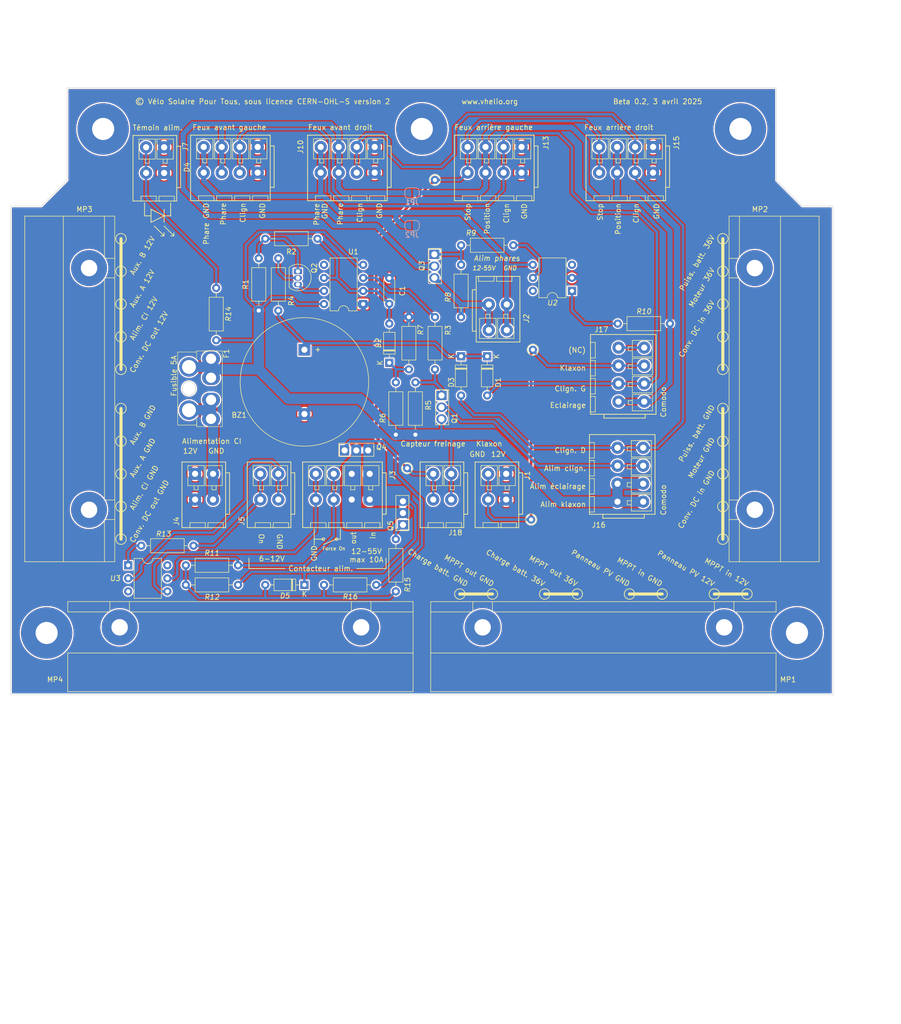
<source format=kicad_pcb>
(kicad_pcb (version 20211014) (generator pcbnew)

  (general
    (thickness 1.6)
  )

  (paper "A4")
  (layers
    (0 "F.Cu" signal)
    (31 "B.Cu" signal)
    (32 "B.Adhes" user "B.Adhesive")
    (33 "F.Adhes" user "F.Adhesive")
    (34 "B.Paste" user)
    (35 "F.Paste" user)
    (36 "B.SilkS" user "B.Silkscreen")
    (37 "F.SilkS" user "F.Silkscreen")
    (38 "B.Mask" user)
    (39 "F.Mask" user)
    (40 "Dwgs.User" user "User.Drawings")
    (41 "Cmts.User" user "User.Comments")
    (42 "Eco1.User" user "User.Eco1")
    (43 "Eco2.User" user "User.Eco2")
    (44 "Edge.Cuts" user)
    (45 "Margin" user)
    (46 "B.CrtYd" user "B.Courtyard")
    (47 "F.CrtYd" user "F.Courtyard")
    (48 "B.Fab" user)
    (49 "F.Fab" user)
    (50 "User.1" user)
    (51 "User.2" user)
    (52 "User.3" user)
    (53 "User.4" user)
    (54 "User.5" user)
    (55 "User.6" user)
    (56 "User.7" user)
    (57 "User.8" user)
    (58 "User.9" user)
  )

  (setup
    (stackup
      (layer "F.SilkS" (type "Top Silk Screen"))
      (layer "F.Paste" (type "Top Solder Paste"))
      (layer "F.Mask" (type "Top Solder Mask") (thickness 0.01))
      (layer "F.Cu" (type "copper") (thickness 0.035))
      (layer "dielectric 1" (type "core") (thickness 1.51) (material "FR4") (epsilon_r 4.5) (loss_tangent 0.02))
      (layer "B.Cu" (type "copper") (thickness 0.035))
      (layer "B.Mask" (type "Bottom Solder Mask") (thickness 0.01))
      (layer "B.Paste" (type "Bottom Solder Paste"))
      (layer "B.SilkS" (type "Bottom Silk Screen"))
      (copper_finish "None")
      (dielectric_constraints no)
    )
    (pad_to_mask_clearance 0)
    (pcbplotparams
      (layerselection 0x00010e0_ffffffff)
      (disableapertmacros false)
      (usegerberextensions false)
      (usegerberattributes true)
      (usegerberadvancedattributes true)
      (creategerberjobfile true)
      (svguseinch false)
      (svgprecision 6)
      (excludeedgelayer true)
      (plotframeref false)
      (viasonmask false)
      (mode 1)
      (useauxorigin false)
      (hpglpennumber 1)
      (hpglpenspeed 20)
      (hpglpendiameter 15.000000)
      (dxfpolygonmode true)
      (dxfimperialunits true)
      (dxfusepcbnewfont true)
      (psnegative false)
      (psa4output false)
      (plotreference true)
      (plotvalue true)
      (plotinvisibletext false)
      (sketchpadsonfab false)
      (subtractmaskfromsilk false)
      (outputformat 1)
      (mirror false)
      (drillshape 0)
      (scaleselection 1)
      (outputdirectory "")
    )
  )

  (net 0 "")
  (net 1 "GND")
  (net 2 "Net-(F1-Pad2)")
  (net 3 "Net-(D1-Pad2)")
  (net 4 "Net-(D3-Pad2)")
  (net 5 "/Phares")
  (net 6 "Net-(J13-Pad4)")
  (net 7 "Net-(J1-Pad2)")
  (net 8 "/Flasher/Out")
  (net 9 "unconnected-(J17-Pad4)")
  (net 10 "/12V_5A")
  (net 11 "Net-(Q1-Pad1)")
  (net 12 "Net-(C1-Pad1)")
  (net 13 "Net-(Q2-Pad1)")
  (net 14 "unconnected-(U1-Pad5)")
  (net 15 "Net-(Q2-Pad2)")
  (net 16 "/Flasher/Enable")
  (net 17 "Net-(Q2-Pad3)")
  (net 18 "Net-(R3-Pad1)")
  (net 19 "Net-(D2-Pad1)")
  (net 20 "Net-(J2-Pad1)")
  (net 21 "Net-(J10-Pad4)")
  (net 22 "Net-(J10-Pad3)")
  (net 23 "Net-(Q3-Pad1)")
  (net 24 "Net-(R9-Pad2)")
  (net 25 "Net-(R10-Pad1)")
  (net 26 "unconnected-(U2-Pad3)")
  (net 27 "unconnected-(U2-Pad6)")
  (net 28 "Net-(D4-Pad2)")
  (net 29 "/Conv12V_In.Vbatt")
  (net 30 "Net-(R11-Pad1)")
  (net 31 "Net-(Q4-Pad1)")
  (net 32 "Net-(J3-Pad3)")
  (net 33 "Net-(R13-Pad1)")
  (net 34 "unconnected-(U3-Pad3)")
  (net 35 "unconnected-(U3-Pad6)")
  (net 36 "Net-(J3-Pad4)")
  (net 37 "Net-(J5-Pad1)")
  (net 38 "Net-(J5-Pad2)")
  (net 39 "Net-(Q5-Pad1)")
  (net 40 "Net-(D5-Pad1)")

  (footprint "circuit:Wago_221-500_SplicingConnectorHolder" (layer "F.Cu") (at 95.25 82.55 90))

  (footprint "Resistor_THT:R_Axial_DIN0207_L6.3mm_D2.5mm_P10.16mm_Horizontal" (layer "F.Cu") (at 105.41 113.03))

  (footprint "circuit:MountingHole_5mm" (layer "F.Cu") (at 87 130))

  (footprint "circuit:Buzzer_25x16_12.5" (layer "F.Cu") (at 137.16 74.93 -90))

  (footprint "circuit:TO-251-3_Vertical" (layer "F.Cu") (at 144.97 94.5))

  (footprint "Resistor_THT:R_Axial_DIN0207_L6.3mm_D2.5mm_P10.16mm_Horizontal" (layer "F.Cu") (at 114.08 116.84))

  (footprint "Diode_THT:D_DO-35_SOD27_P7.62mm_Horizontal" (layer "F.Cu") (at 137.16 120.65 180))

  (footprint "circuit:Generic_FuseHolder_MINI" (layer "F.Cu") (at 118.99 76.675 -90))

  (footprint "Resistor_THT:R_Axial_DIN0207_L6.3mm_D2.5mm_P10.16mm_Horizontal" (layer "F.Cu") (at 167.64 68.58 90))

  (footprint "Resistor_THT:R_Axial_DIN0207_L6.3mm_D2.5mm_P10.16mm_Horizontal" (layer "F.Cu") (at 124.24 120.65 180))

  (footprint "circuit:TerminalBlock_Wago_2601-3102_1x02_P3.50mm_Vertical" (layer "F.Cu") (at 119.38 104.06 180))

  (footprint "Resistor_THT:R_Axial_DIN0207_L6.3mm_D2.5mm_P10.16mm_Horizontal" (layer "F.Cu") (at 162.56 68.58 -90))

  (footprint "circuit:MountingHole_5mm" (layer "F.Cu") (at 98 32))

  (footprint "circuit:TerminalBlock_Wago_2601-3104_1x04_P3.50mm_Vertical" (layer "F.Cu") (at 179.4 40.5 180))

  (footprint "Package_DIP:DIP-8_W7.62mm" (layer "F.Cu") (at 148.59 66.04 180))

  (footprint "circuit:TerminalBlock_Wago_2601-3102_1x02_P3.50mm_Vertical" (layer "F.Cu") (at 109.855 40.56 180))

  (footprint "circuit:Strap_D2.0mm_Drill1.0mm" (layer "F.Cu") (at 181.27 107.95))

  (footprint "circuit:TerminalBlock_Wago_2601-3104_1x04_P3.50mm_Vertical" (layer "F.Cu") (at 205 40.5 180))

  (footprint "Resistor_THT:R_Axial_DIN0207_L6.3mm_D2.5mm_P10.16mm_Horizontal" (layer "F.Cu") (at 167.64 54.61))

  (footprint "circuit:MountingHole_5mm" (layer "F.Cu") (at 222 32))

  (footprint "Diode_THT:D_DO-35_SOD27_P7.62mm_Horizontal" (layer "F.Cu") (at 172.72 76.2 -90))

  (footprint "Resistor_THT:R_Axial_DIN0207_L6.3mm_D2.5mm_P10.16mm_Horizontal" (layer "F.Cu") (at 198.12 69.85))

  (footprint "circuit:TO-92L_Inline" (layer "F.Cu") (at 135.89 59.69 -90))

  (footprint "circuit:TerminalBlock_Wago_2601-3104_1x04_P3.50mm_Vertical" (layer "F.Cu") (at 128.06 40.5 180))

  (footprint "circuit:TO-251-3_Vertical" (layer "F.Cu") (at 162.44 56.38 -90))

  (footprint "Resistor_THT:R_Axial_DIN0207_L6.3mm_D2.5mm_P10.16mm_Horizontal" (layer "F.Cu") (at 157.48 78.74 90))

  (footprint "circuit:TerminalBlock_Wago_2601-3102_1x02_P3.50mm_Vertical" (layer "F.Cu") (at 132.08 104.06 180))

  (footprint "circuit:TerminalBlock_Wago_2601-3104_1x04_P3.50mm_Vertical" (layer "F.Cu") (at 198.07 104.480004 90))

  (footprint "Resistor_THT:R_Axial_DIN0207_L6.3mm_D2.5mm_P10.16mm_Horizontal" (layer "F.Cu") (at 158.75 91.44 90))

  (footprint "circuit:TerminalBlock_Wago_2601-3104_1x04_P3.50mm_Vertical" (layer "F.Cu") (at 149.86 104.06 180))

  (footprint "Resistor_THT:R_Axial_DIN0207_L6.3mm_D2.5mm_P10.16mm_Horizontal" (layer "F.Cu") (at 154.94 121.92 90))

  (footprint "circuit:TO-251-3_Vertical" (layer "F.Cu") (at 156.33 108.97 90))

  (footprint "Package_DIP:DIP-6_W7.62mm" (layer "F.Cu") (at 102.87 116.84))

  (footprint "circuit:Wago_221-500_SplicingConnectorHolder" (layer "F.Cu") (at 224.79 82.55 -90))

  (footprint "Resistor_THT:R_Axial_DIN0207_L6.3mm_D2.5mm_P10.16mm_Horizontal" (layer "F.Cu") (at 132.08 57.15 -90))

  (footprint "circuit:MountingHole_5mm" (layer "F.Cu") (at 160 32))

  (footprint "Resistor_THT:R_Axial_DIN0207_L6.3mm_D2.5mm_P10.16mm_Horizontal" (layer "F.Cu") (at 154.94 91.44 90))

  (footprint "circuit:Strap_D2.0mm_Drill1.0mm" (layer "F.Cu") (at 157.14 97.96))

  (footprint "Resistor_THT:R_Axial_DIN0207_L6.3mm_D2.5mm_P10.16mm_Horizontal" (layer "F.Cu") (at 128.27 67.31 90))

  (footprint "Resistor_THT:R_Axial_DIN0207_L6.3mm_D2.5mm_P10.16mm_Horizontal" (layer "F.Cu") (at 129.54 53.34))

  (footprint "circuit:Strap_D2.0mm_Drill1.0mm" (layer "F.Cu")
    (tedit 67A2486A) (tstamp aebf1450-7f82-4880-b8
... [1562828 chars truncated]
</source>
